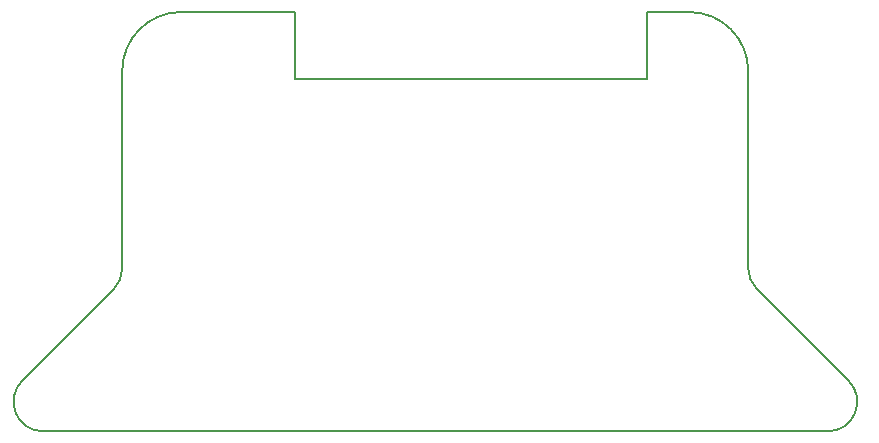
<source format=gbr>
%TF.GenerationSoftware,KiCad,Pcbnew,7.0.6*%
%TF.CreationDate,2023-09-03T00:14:34+09:00*%
%TF.ProjectId,KickerAdjust_20230828,4b69636b-6572-4416-946a-7573745f3230,rev?*%
%TF.SameCoordinates,Original*%
%TF.FileFunction,Profile,NP*%
%FSLAX46Y46*%
G04 Gerber Fmt 4.6, Leading zero omitted, Abs format (unit mm)*
G04 Created by KiCad (PCBNEW 7.0.6) date 2023-09-03 00:14:34*
%MOMM*%
%LPD*%
G01*
G04 APERTURE LIST*
%TA.AperFunction,Profile*%
%ADD10C,0.200000*%
%TD*%
G04 APERTURE END LIST*
D10*
X88114000Y-89959000D02*
X78486000Y-89960000D01*
X121486000Y-89960000D02*
X117906500Y-89959000D01*
X133220956Y-125459977D02*
G75*
G03*
X134988723Y-121192233I44J2499972D01*
G01*
X127218233Y-113421743D02*
X134988723Y-121192233D01*
X126486021Y-111653977D02*
G75*
G03*
X127218233Y-113421743I2499979J-28D01*
G01*
X126486000Y-94960000D02*
X126486000Y-111653977D01*
X126486005Y-94960000D02*
G75*
G03*
X121486000Y-89960000I-5000005J-5D01*
G01*
X78486000Y-89960005D02*
G75*
G03*
X73486000Y-94960000I0J-5000000D01*
G01*
X73486000Y-111681977D02*
X73486000Y-94960000D01*
X72753781Y-113449757D02*
G75*
G03*
X73486000Y-111681977I-1767781J1767752D01*
G01*
X65011277Y-121192233D02*
X72753767Y-113449743D01*
X65011261Y-121192217D02*
G75*
G03*
X66779044Y-125460000I1767739J-1767788D01*
G01*
X133220956Y-125460000D02*
X66779044Y-125460000D01*
%TO.C,U2*%
X88114000Y-89959000D02*
X88114000Y-95599000D01*
X88114000Y-95599000D02*
X117906500Y-95599000D01*
X117906500Y-89959000D02*
X117906500Y-95599000D01*
%TD*%
M02*

</source>
